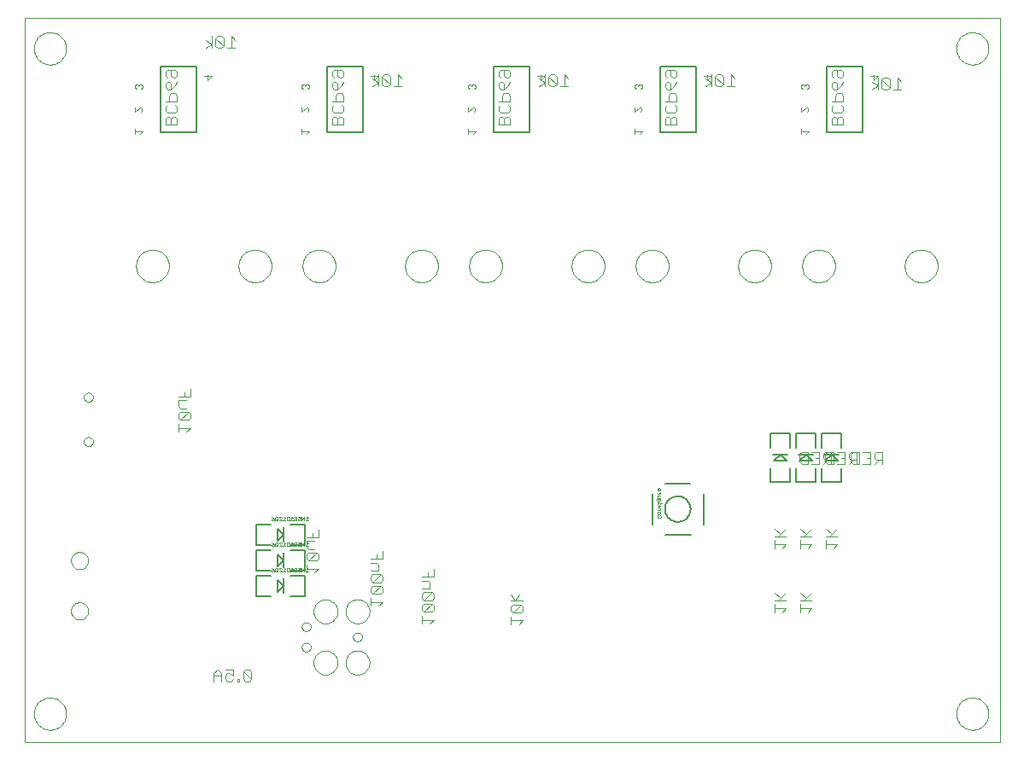
<source format=gbo>
G75*
%MOIN*%
%OFA0B0*%
%FSLAX24Y24*%
%IPPOS*%
%LPD*%
%AMOC8*
5,1,8,0,0,1.08239X$1,22.5*
%
%ADD10C,0.0000*%
%ADD11C,0.0040*%
%ADD12C,0.0080*%
%ADD13C,0.0010*%
D10*
X003100Y000100D02*
X003100Y028396D01*
X041170Y028396D01*
X041170Y000100D01*
X003100Y000100D01*
X003470Y001200D02*
X003472Y001250D01*
X003478Y001300D01*
X003488Y001349D01*
X003502Y001397D01*
X003519Y001444D01*
X003540Y001489D01*
X003565Y001533D01*
X003593Y001574D01*
X003625Y001613D01*
X003659Y001650D01*
X003696Y001684D01*
X003736Y001714D01*
X003778Y001741D01*
X003822Y001765D01*
X003868Y001786D01*
X003915Y001802D01*
X003963Y001815D01*
X004013Y001824D01*
X004062Y001829D01*
X004113Y001830D01*
X004163Y001827D01*
X004212Y001820D01*
X004261Y001809D01*
X004309Y001794D01*
X004355Y001776D01*
X004400Y001754D01*
X004443Y001728D01*
X004484Y001699D01*
X004523Y001667D01*
X004559Y001632D01*
X004591Y001594D01*
X004621Y001554D01*
X004648Y001511D01*
X004671Y001467D01*
X004690Y001421D01*
X004706Y001373D01*
X004718Y001324D01*
X004726Y001275D01*
X004730Y001225D01*
X004730Y001175D01*
X004726Y001125D01*
X004718Y001076D01*
X004706Y001027D01*
X004690Y000979D01*
X004671Y000933D01*
X004648Y000889D01*
X004621Y000846D01*
X004591Y000806D01*
X004559Y000768D01*
X004523Y000733D01*
X004484Y000701D01*
X004443Y000672D01*
X004400Y000646D01*
X004355Y000624D01*
X004309Y000606D01*
X004261Y000591D01*
X004212Y000580D01*
X004163Y000573D01*
X004113Y000570D01*
X004062Y000571D01*
X004013Y000576D01*
X003963Y000585D01*
X003915Y000598D01*
X003868Y000614D01*
X003822Y000635D01*
X003778Y000659D01*
X003736Y000686D01*
X003696Y000716D01*
X003659Y000750D01*
X003625Y000787D01*
X003593Y000826D01*
X003565Y000867D01*
X003540Y000911D01*
X003519Y000956D01*
X003502Y001003D01*
X003488Y001051D01*
X003478Y001100D01*
X003472Y001150D01*
X003470Y001200D01*
X004919Y005216D02*
X004921Y005252D01*
X004927Y005288D01*
X004937Y005323D01*
X004950Y005357D01*
X004967Y005389D01*
X004987Y005419D01*
X005011Y005446D01*
X005037Y005471D01*
X005066Y005493D01*
X005097Y005512D01*
X005130Y005527D01*
X005164Y005539D01*
X005200Y005547D01*
X005236Y005551D01*
X005272Y005551D01*
X005308Y005547D01*
X005344Y005539D01*
X005378Y005527D01*
X005411Y005512D01*
X005442Y005493D01*
X005471Y005471D01*
X005497Y005446D01*
X005521Y005419D01*
X005541Y005389D01*
X005558Y005357D01*
X005571Y005323D01*
X005581Y005288D01*
X005587Y005252D01*
X005589Y005216D01*
X005587Y005180D01*
X005581Y005144D01*
X005571Y005109D01*
X005558Y005075D01*
X005541Y005043D01*
X005521Y005013D01*
X005497Y004986D01*
X005471Y004961D01*
X005442Y004939D01*
X005411Y004920D01*
X005378Y004905D01*
X005344Y004893D01*
X005308Y004885D01*
X005272Y004881D01*
X005236Y004881D01*
X005200Y004885D01*
X005164Y004893D01*
X005130Y004905D01*
X005097Y004920D01*
X005066Y004939D01*
X005037Y004961D01*
X005011Y004986D01*
X004987Y005013D01*
X004967Y005043D01*
X004950Y005075D01*
X004937Y005109D01*
X004927Y005144D01*
X004921Y005180D01*
X004919Y005216D01*
X004919Y007184D02*
X004921Y007220D01*
X004927Y007256D01*
X004937Y007291D01*
X004950Y007325D01*
X004967Y007357D01*
X004987Y007387D01*
X005011Y007414D01*
X005037Y007439D01*
X005066Y007461D01*
X005097Y007480D01*
X005130Y007495D01*
X005164Y007507D01*
X005200Y007515D01*
X005236Y007519D01*
X005272Y007519D01*
X005308Y007515D01*
X005344Y007507D01*
X005378Y007495D01*
X005411Y007480D01*
X005442Y007461D01*
X005471Y007439D01*
X005497Y007414D01*
X005521Y007387D01*
X005541Y007357D01*
X005558Y007325D01*
X005571Y007291D01*
X005581Y007256D01*
X005587Y007220D01*
X005589Y007184D01*
X005587Y007148D01*
X005581Y007112D01*
X005571Y007077D01*
X005558Y007043D01*
X005541Y007011D01*
X005521Y006981D01*
X005497Y006954D01*
X005471Y006929D01*
X005442Y006907D01*
X005411Y006888D01*
X005378Y006873D01*
X005344Y006861D01*
X005308Y006853D01*
X005272Y006849D01*
X005236Y006849D01*
X005200Y006853D01*
X005164Y006861D01*
X005130Y006873D01*
X005097Y006888D01*
X005066Y006907D01*
X005037Y006929D01*
X005011Y006954D01*
X004987Y006981D01*
X004967Y007011D01*
X004950Y007043D01*
X004937Y007077D01*
X004927Y007112D01*
X004921Y007148D01*
X004919Y007184D01*
X005423Y011834D02*
X005425Y011860D01*
X005431Y011886D01*
X005441Y011911D01*
X005454Y011934D01*
X005470Y011954D01*
X005490Y011972D01*
X005512Y011987D01*
X005535Y011999D01*
X005561Y012007D01*
X005587Y012011D01*
X005613Y012011D01*
X005639Y012007D01*
X005665Y011999D01*
X005689Y011987D01*
X005710Y011972D01*
X005730Y011954D01*
X005746Y011934D01*
X005759Y011911D01*
X005769Y011886D01*
X005775Y011860D01*
X005777Y011834D01*
X005775Y011808D01*
X005769Y011782D01*
X005759Y011757D01*
X005746Y011734D01*
X005730Y011714D01*
X005710Y011696D01*
X005688Y011681D01*
X005665Y011669D01*
X005639Y011661D01*
X005613Y011657D01*
X005587Y011657D01*
X005561Y011661D01*
X005535Y011669D01*
X005511Y011681D01*
X005490Y011696D01*
X005470Y011714D01*
X005454Y011734D01*
X005441Y011757D01*
X005431Y011782D01*
X005425Y011808D01*
X005423Y011834D01*
X005423Y013566D02*
X005425Y013592D01*
X005431Y013618D01*
X005441Y013643D01*
X005454Y013666D01*
X005470Y013686D01*
X005490Y013704D01*
X005512Y013719D01*
X005535Y013731D01*
X005561Y013739D01*
X005587Y013743D01*
X005613Y013743D01*
X005639Y013739D01*
X005665Y013731D01*
X005689Y013719D01*
X005710Y013704D01*
X005730Y013686D01*
X005746Y013666D01*
X005759Y013643D01*
X005769Y013618D01*
X005775Y013592D01*
X005777Y013566D01*
X005775Y013540D01*
X005769Y013514D01*
X005759Y013489D01*
X005746Y013466D01*
X005730Y013446D01*
X005710Y013428D01*
X005688Y013413D01*
X005665Y013401D01*
X005639Y013393D01*
X005613Y013389D01*
X005587Y013389D01*
X005561Y013393D01*
X005535Y013401D01*
X005511Y013413D01*
X005490Y013428D01*
X005470Y013446D01*
X005454Y013466D01*
X005441Y013489D01*
X005431Y013514D01*
X005425Y013540D01*
X005423Y013566D01*
X007460Y018700D02*
X007462Y018750D01*
X007468Y018800D01*
X007478Y018849D01*
X007491Y018898D01*
X007509Y018945D01*
X007530Y018991D01*
X007554Y019034D01*
X007582Y019076D01*
X007613Y019116D01*
X007647Y019153D01*
X007684Y019187D01*
X007724Y019218D01*
X007766Y019246D01*
X007809Y019270D01*
X007855Y019291D01*
X007902Y019309D01*
X007951Y019322D01*
X008000Y019332D01*
X008050Y019338D01*
X008100Y019340D01*
X008150Y019338D01*
X008200Y019332D01*
X008249Y019322D01*
X008298Y019309D01*
X008345Y019291D01*
X008391Y019270D01*
X008434Y019246D01*
X008476Y019218D01*
X008516Y019187D01*
X008553Y019153D01*
X008587Y019116D01*
X008618Y019076D01*
X008646Y019034D01*
X008670Y018991D01*
X008691Y018945D01*
X008709Y018898D01*
X008722Y018849D01*
X008732Y018800D01*
X008738Y018750D01*
X008740Y018700D01*
X008738Y018650D01*
X008732Y018600D01*
X008722Y018551D01*
X008709Y018502D01*
X008691Y018455D01*
X008670Y018409D01*
X008646Y018366D01*
X008618Y018324D01*
X008587Y018284D01*
X008553Y018247D01*
X008516Y018213D01*
X008476Y018182D01*
X008434Y018154D01*
X008391Y018130D01*
X008345Y018109D01*
X008298Y018091D01*
X008249Y018078D01*
X008200Y018068D01*
X008150Y018062D01*
X008100Y018060D01*
X008050Y018062D01*
X008000Y018068D01*
X007951Y018078D01*
X007902Y018091D01*
X007855Y018109D01*
X007809Y018130D01*
X007766Y018154D01*
X007724Y018182D01*
X007684Y018213D01*
X007647Y018247D01*
X007613Y018284D01*
X007582Y018324D01*
X007554Y018366D01*
X007530Y018409D01*
X007509Y018455D01*
X007491Y018502D01*
X007478Y018551D01*
X007468Y018600D01*
X007462Y018650D01*
X007460Y018700D01*
X011460Y018700D02*
X011462Y018750D01*
X011468Y018800D01*
X011478Y018849D01*
X011491Y018898D01*
X011509Y018945D01*
X011530Y018991D01*
X011554Y019034D01*
X011582Y019076D01*
X011613Y019116D01*
X011647Y019153D01*
X011684Y019187D01*
X011724Y019218D01*
X011766Y019246D01*
X011809Y019270D01*
X011855Y019291D01*
X011902Y019309D01*
X011951Y019322D01*
X012000Y019332D01*
X012050Y019338D01*
X012100Y019340D01*
X012150Y019338D01*
X012200Y019332D01*
X012249Y019322D01*
X012298Y019309D01*
X012345Y019291D01*
X012391Y019270D01*
X012434Y019246D01*
X012476Y019218D01*
X012516Y019187D01*
X012553Y019153D01*
X012587Y019116D01*
X012618Y019076D01*
X012646Y019034D01*
X012670Y018991D01*
X012691Y018945D01*
X012709Y018898D01*
X012722Y018849D01*
X012732Y018800D01*
X012738Y018750D01*
X012740Y018700D01*
X012738Y018650D01*
X012732Y018600D01*
X012722Y018551D01*
X012709Y018502D01*
X012691Y018455D01*
X012670Y018409D01*
X012646Y018366D01*
X012618Y018324D01*
X012587Y018284D01*
X012553Y018247D01*
X012516Y018213D01*
X012476Y018182D01*
X012434Y018154D01*
X012391Y018130D01*
X012345Y018109D01*
X012298Y018091D01*
X012249Y018078D01*
X012200Y018068D01*
X012150Y018062D01*
X012100Y018060D01*
X012050Y018062D01*
X012000Y018068D01*
X011951Y018078D01*
X011902Y018091D01*
X011855Y018109D01*
X011809Y018130D01*
X011766Y018154D01*
X011724Y018182D01*
X011684Y018213D01*
X011647Y018247D01*
X011613Y018284D01*
X011582Y018324D01*
X011554Y018366D01*
X011530Y018409D01*
X011509Y018455D01*
X011491Y018502D01*
X011478Y018551D01*
X011468Y018600D01*
X011462Y018650D01*
X011460Y018700D01*
X013960Y018700D02*
X013962Y018750D01*
X013968Y018800D01*
X013978Y018849D01*
X013991Y018898D01*
X014009Y018945D01*
X014030Y018991D01*
X014054Y019034D01*
X014082Y019076D01*
X014113Y019116D01*
X014147Y019153D01*
X014184Y019187D01*
X014224Y019218D01*
X014266Y019246D01*
X014309Y019270D01*
X014355Y019291D01*
X014402Y019309D01*
X014451Y019322D01*
X014500Y019332D01*
X014550Y019338D01*
X014600Y019340D01*
X014650Y019338D01*
X014700Y019332D01*
X014749Y019322D01*
X014798Y019309D01*
X014845Y019291D01*
X014891Y019270D01*
X014934Y019246D01*
X014976Y019218D01*
X015016Y019187D01*
X015053Y019153D01*
X015087Y019116D01*
X015118Y019076D01*
X015146Y019034D01*
X015170Y018991D01*
X015191Y018945D01*
X015209Y018898D01*
X015222Y018849D01*
X015232Y018800D01*
X015238Y018750D01*
X015240Y018700D01*
X015238Y018650D01*
X015232Y018600D01*
X015222Y018551D01*
X015209Y018502D01*
X015191Y018455D01*
X015170Y018409D01*
X015146Y018366D01*
X015118Y018324D01*
X015087Y018284D01*
X015053Y018247D01*
X015016Y018213D01*
X014976Y018182D01*
X014934Y018154D01*
X014891Y018130D01*
X014845Y018109D01*
X014798Y018091D01*
X014749Y018078D01*
X014700Y018068D01*
X014650Y018062D01*
X014600Y018060D01*
X014550Y018062D01*
X014500Y018068D01*
X014451Y018078D01*
X014402Y018091D01*
X014355Y018109D01*
X014309Y018130D01*
X014266Y018154D01*
X014224Y018182D01*
X014184Y018213D01*
X014147Y018247D01*
X014113Y018284D01*
X014082Y018324D01*
X014054Y018366D01*
X014030Y018409D01*
X014009Y018455D01*
X013991Y018502D01*
X013978Y018551D01*
X013968Y018600D01*
X013962Y018650D01*
X013960Y018700D01*
X017960Y018700D02*
X017962Y018750D01*
X017968Y018800D01*
X017978Y018849D01*
X017991Y018898D01*
X018009Y018945D01*
X018030Y018991D01*
X018054Y019034D01*
X018082Y019076D01*
X018113Y019116D01*
X018147Y019153D01*
X018184Y019187D01*
X018224Y019218D01*
X018266Y019246D01*
X018309Y019270D01*
X018355Y019291D01*
X018402Y019309D01*
X018451Y019322D01*
X018500Y019332D01*
X018550Y019338D01*
X018600Y019340D01*
X018650Y019338D01*
X018700Y019332D01*
X018749Y019322D01*
X018798Y019309D01*
X018845Y019291D01*
X018891Y019270D01*
X018934Y019246D01*
X018976Y019218D01*
X019016Y019187D01*
X019053Y019153D01*
X019087Y019116D01*
X019118Y019076D01*
X019146Y019034D01*
X019170Y018991D01*
X019191Y018945D01*
X019209Y018898D01*
X019222Y018849D01*
X019232Y018800D01*
X019238Y018750D01*
X019240Y018700D01*
X019238Y018650D01*
X019232Y018600D01*
X019222Y018551D01*
X019209Y018502D01*
X019191Y018455D01*
X019170Y018409D01*
X019146Y018366D01*
X019118Y018324D01*
X019087Y018284D01*
X019053Y018247D01*
X019016Y018213D01*
X018976Y018182D01*
X018934Y018154D01*
X018891Y018130D01*
X018845Y018109D01*
X018798Y018091D01*
X018749Y018078D01*
X018700Y018068D01*
X018650Y018062D01*
X018600Y018060D01*
X018550Y018062D01*
X018500Y018068D01*
X018451Y018078D01*
X018402Y018091D01*
X018355Y018109D01*
X018309Y018130D01*
X018266Y018154D01*
X018224Y018182D01*
X018184Y018213D01*
X018147Y018247D01*
X018113Y018284D01*
X018082Y018324D01*
X018054Y018366D01*
X018030Y018409D01*
X018009Y018455D01*
X017991Y018502D01*
X017978Y018551D01*
X017968Y018600D01*
X017962Y018650D01*
X017960Y018700D01*
X020460Y018700D02*
X020462Y018750D01*
X020468Y018800D01*
X020478Y018849D01*
X020491Y018898D01*
X020509Y018945D01*
X020530Y018991D01*
X020554Y019034D01*
X020582Y019076D01*
X020613Y019116D01*
X020647Y019153D01*
X020684Y019187D01*
X020724Y019218D01*
X020766Y019246D01*
X020809Y019270D01*
X020855Y019291D01*
X020902Y019309D01*
X020951Y019322D01*
X021000Y019332D01*
X021050Y019338D01*
X021100Y019340D01*
X021150Y019338D01*
X021200Y019332D01*
X021249Y019322D01*
X021298Y019309D01*
X021345Y019291D01*
X021391Y019270D01*
X021434Y019246D01*
X021476Y019218D01*
X021516Y019187D01*
X021553Y019153D01*
X021587Y019116D01*
X021618Y019076D01*
X021646Y019034D01*
X021670Y018991D01*
X021691Y018945D01*
X021709Y018898D01*
X021722Y018849D01*
X021732Y018800D01*
X021738Y018750D01*
X021740Y018700D01*
X021738Y018650D01*
X021732Y018600D01*
X021722Y018551D01*
X021709Y018502D01*
X021691Y018455D01*
X021670Y018409D01*
X021646Y018366D01*
X021618Y018324D01*
X021587Y018284D01*
X021553Y018247D01*
X021516Y018213D01*
X021476Y018182D01*
X021434Y018154D01*
X021391Y018130D01*
X021345Y018109D01*
X021298Y018091D01*
X021249Y018078D01*
X021200Y018068D01*
X021150Y018062D01*
X021100Y018060D01*
X021050Y018062D01*
X021000Y018068D01*
X020951Y018078D01*
X020902Y018091D01*
X020855Y018109D01*
X020809Y018130D01*
X020766Y018154D01*
X020724Y018182D01*
X020684Y018213D01*
X020647Y018247D01*
X020613Y018284D01*
X020582Y018324D01*
X020554Y018366D01*
X020530Y018409D01*
X020509Y018455D01*
X020491Y018502D01*
X020478Y018551D01*
X020468Y018600D01*
X020462Y018650D01*
X020460Y018700D01*
X024460Y018700D02*
X024462Y018750D01*
X024468Y018800D01*
X024478Y018849D01*
X024491Y018898D01*
X024509Y018945D01*
X024530Y018991D01*
X024554Y019034D01*
X024582Y019076D01*
X024613Y019116D01*
X024647Y019153D01*
X024684Y019187D01*
X024724Y019218D01*
X024766Y019246D01*
X024809Y019270D01*
X024855Y019291D01*
X024902Y019309D01*
X024951Y019322D01*
X025000Y019332D01*
X025050Y019338D01*
X025100Y019340D01*
X025150Y019338D01*
X025200Y019332D01*
X025249Y019322D01*
X025298Y019309D01*
X025345Y019291D01*
X025391Y019270D01*
X025434Y019246D01*
X025476Y019218D01*
X025516Y019187D01*
X025553Y019153D01*
X025587Y019116D01*
X025618Y019076D01*
X025646Y019034D01*
X025670Y018991D01*
X025691Y018945D01*
X025709Y018898D01*
X025722Y018849D01*
X025732Y018800D01*
X025738Y018750D01*
X025740Y018700D01*
X025738Y018650D01*
X025732Y018600D01*
X025722Y018551D01*
X025709Y018502D01*
X025691Y018455D01*
X025670Y018409D01*
X025646Y018366D01*
X025618Y018324D01*
X025587Y018284D01*
X025553Y018247D01*
X025516Y018213D01*
X025476Y018182D01*
X025434Y018154D01*
X025391Y018130D01*
X025345Y018109D01*
X025298Y018091D01*
X025249Y018078D01*
X025200Y018068D01*
X025150Y018062D01*
X025100Y018060D01*
X025050Y018062D01*
X025000Y018068D01*
X024951Y018078D01*
X024902Y018091D01*
X024855Y018109D01*
X024809Y018130D01*
X024766Y018154D01*
X024724Y018182D01*
X024684Y018213D01*
X024647Y018247D01*
X024613Y018284D01*
X024582Y018324D01*
X024554Y018366D01*
X024530Y018409D01*
X024509Y018455D01*
X024491Y018502D01*
X024478Y018551D01*
X024468Y018600D01*
X024462Y018650D01*
X024460Y018700D01*
X026960Y018700D02*
X026962Y018750D01*
X026968Y018800D01*
X026978Y018849D01*
X026991Y018898D01*
X027009Y018945D01*
X027030Y018991D01*
X027054Y019034D01*
X027082Y019076D01*
X027113Y019116D01*
X027147Y019153D01*
X027184Y019187D01*
X027224Y019218D01*
X027266Y019246D01*
X027309Y019270D01*
X027355Y019291D01*
X027402Y019309D01*
X027451Y019322D01*
X027500Y019332D01*
X027550Y019338D01*
X027600Y019340D01*
X027650Y019338D01*
X027700Y019332D01*
X027749Y019322D01*
X027798Y019309D01*
X027845Y019291D01*
X027891Y019270D01*
X027934Y019246D01*
X027976Y019218D01*
X028016Y019187D01*
X028053Y019153D01*
X028087Y019116D01*
X028118Y019076D01*
X028146Y019034D01*
X028170Y018991D01*
X028191Y018945D01*
X028209Y018898D01*
X028222Y018849D01*
X028232Y018800D01*
X028238Y018750D01*
X028240Y018700D01*
X028238Y018650D01*
X028232Y018600D01*
X028222Y018551D01*
X028209Y018502D01*
X028191Y018455D01*
X028170Y018409D01*
X028146Y018366D01*
X028118Y018324D01*
X028087Y018284D01*
X028053Y018247D01*
X028016Y018213D01*
X027976Y018182D01*
X027934Y018154D01*
X027891Y018130D01*
X027845Y018109D01*
X027798Y018091D01*
X027749Y018078D01*
X027700Y018068D01*
X027650Y018062D01*
X027600Y018060D01*
X027550Y018062D01*
X027500Y018068D01*
X027451Y018078D01*
X027402Y018091D01*
X027355Y018109D01*
X027309Y018130D01*
X027266Y018154D01*
X027224Y018182D01*
X027184Y018213D01*
X027147Y018247D01*
X027113Y018284D01*
X027082Y018324D01*
X027054Y018366D01*
X027030Y018409D01*
X027009Y018455D01*
X026991Y018502D01*
X026978Y018551D01*
X026968Y018600D01*
X026962Y018650D01*
X026960Y018700D01*
X030960Y018700D02*
X030962Y018750D01*
X030968Y018800D01*
X030978Y018849D01*
X030991Y018898D01*
X031009Y018945D01*
X031030Y018991D01*
X031054Y019034D01*
X031082Y019076D01*
X031113Y019116D01*
X031147Y019153D01*
X031184Y019187D01*
X031224Y019218D01*
X031266Y019246D01*
X031309Y019270D01*
X031355Y019291D01*
X031402Y019309D01*
X031451Y019322D01*
X031500Y019332D01*
X031550Y019338D01*
X031600Y019340D01*
X031650Y019338D01*
X031700Y019332D01*
X031749Y019322D01*
X031798Y019309D01*
X031845Y019291D01*
X031891Y019270D01*
X031934Y019246D01*
X031976Y019218D01*
X032016Y019187D01*
X032053Y019153D01*
X032087Y019116D01*
X032118Y019076D01*
X032146Y019034D01*
X032170Y018991D01*
X032191Y018945D01*
X032209Y018898D01*
X032222Y018849D01*
X032232Y018800D01*
X032238Y018750D01*
X032240Y018700D01*
X032238Y018650D01*
X032232Y018600D01*
X032222Y018551D01*
X032209Y018502D01*
X032191Y018455D01*
X032170Y018409D01*
X032146Y018366D01*
X032118Y018324D01*
X032087Y018284D01*
X032053Y018247D01*
X032016Y018213D01*
X031976Y018182D01*
X031934Y018154D01*
X031891Y018130D01*
X031845Y018109D01*
X031798Y018091D01*
X031749Y018078D01*
X031700Y018068D01*
X031650Y018062D01*
X031600Y018060D01*
X031550Y018062D01*
X031500Y018068D01*
X031451Y018078D01*
X031402Y018091D01*
X031355Y018109D01*
X031309Y018130D01*
X031266Y018154D01*
X031224Y018182D01*
X031184Y018213D01*
X031147Y018247D01*
X031113Y018284D01*
X031082Y018324D01*
X031054Y018366D01*
X031030Y018409D01*
X031009Y018455D01*
X030991Y018502D01*
X030978Y018551D01*
X030968Y018600D01*
X030962Y018650D01*
X030960Y018700D01*
X033460Y018700D02*
X033462Y018750D01*
X033468Y018800D01*
X033478Y018849D01*
X033491Y018898D01*
X033509Y018945D01*
X033530Y018991D01*
X033554Y019034D01*
X033582Y019076D01*
X033613Y019116D01*
X033647Y019153D01*
X033684Y019187D01*
X033724Y019218D01*
X033766Y019246D01*
X033809Y019270D01*
X033855Y019291D01*
X033902Y019309D01*
X033951Y019322D01*
X034000Y019332D01*
X034050Y019338D01*
X034100Y019340D01*
X034150Y019338D01*
X034200Y019332D01*
X034249Y019322D01*
X034298Y019309D01*
X034345Y019291D01*
X034391Y019270D01*
X034434Y019246D01*
X034476Y019218D01*
X034516Y019187D01*
X034553Y019153D01*
X034587Y019116D01*
X034618Y019076D01*
X034646Y019034D01*
X034670Y018991D01*
X034691Y018945D01*
X034709Y018898D01*
X034722Y018849D01*
X034732Y018800D01*
X034738Y018750D01*
X034740Y018700D01*
X034738Y018650D01*
X034732Y018600D01*
X034722Y018551D01*
X034709Y018502D01*
X034691Y018455D01*
X034670Y018409D01*
X034646Y018366D01*
X034618Y018324D01*
X034587Y018284D01*
X034553Y018247D01*
X034516Y018213D01*
X034476Y018182D01*
X034434Y018154D01*
X034391Y018130D01*
X034345Y018109D01*
X034298Y018091D01*
X034249Y018078D01*
X034200Y018068D01*
X034150Y018062D01*
X034100Y018060D01*
X034050Y018062D01*
X034000Y018068D01*
X033951Y018078D01*
X033902Y018091D01*
X033855Y018109D01*
X033809Y018130D01*
X033766Y018154D01*
X033724Y018182D01*
X033684Y018213D01*
X033647Y018247D01*
X033613Y018284D01*
X033582Y018324D01*
X033554Y018366D01*
X033530Y018409D01*
X033509Y018455D01*
X033491Y018502D01*
X033478Y018551D01*
X033468Y018600D01*
X033462Y018650D01*
X033460Y018700D01*
X037460Y018700D02*
X037462Y018750D01*
X037468Y018800D01*
X037478Y018849D01*
X037491Y018898D01*
X037509Y018945D01*
X037530Y018991D01*
X037554Y019034D01*
X037582Y019076D01*
X037613Y019116D01*
X037647Y019153D01*
X037684Y019187D01*
X037724Y019218D01*
X037766Y019246D01*
X037809Y019270D01*
X037855Y019291D01*
X037902Y019309D01*
X037951Y019322D01*
X038000Y019332D01*
X038050Y019338D01*
X038100Y019340D01*
X038150Y019338D01*
X038200Y019332D01*
X038249Y019322D01*
X038298Y019309D01*
X038345Y019291D01*
X038391Y019270D01*
X038434Y019246D01*
X038476Y019218D01*
X038516Y019187D01*
X038553Y019153D01*
X038587Y019116D01*
X038618Y019076D01*
X038646Y019034D01*
X038670Y018991D01*
X038691Y018945D01*
X038709Y018898D01*
X038722Y018849D01*
X038732Y018800D01*
X038738Y018750D01*
X038740Y018700D01*
X038738Y018650D01*
X038732Y018600D01*
X038722Y018551D01*
X038709Y018502D01*
X038691Y018455D01*
X038670Y018409D01*
X038646Y018366D01*
X038618Y018324D01*
X038587Y018284D01*
X038553Y018247D01*
X038516Y018213D01*
X038476Y018182D01*
X038434Y018154D01*
X038391Y018130D01*
X038345Y018109D01*
X038298Y018091D01*
X038249Y018078D01*
X038200Y018068D01*
X038150Y018062D01*
X038100Y018060D01*
X038050Y018062D01*
X038000Y018068D01*
X037951Y018078D01*
X037902Y018091D01*
X037855Y018109D01*
X037809Y018130D01*
X037766Y018154D01*
X037724Y018182D01*
X037684Y018213D01*
X037647Y018247D01*
X037613Y018284D01*
X037582Y018324D01*
X037554Y018366D01*
X037530Y018409D01*
X037509Y018455D01*
X037491Y018502D01*
X037478Y018551D01*
X037468Y018600D01*
X037462Y018650D01*
X037460Y018700D01*
X039470Y027200D02*
X039472Y027250D01*
X039478Y027300D01*
X039488Y027349D01*
X039502Y027397D01*
X039519Y027444D01*
X039540Y027489D01*
X039565Y027533D01*
X039593Y027574D01*
X039625Y027613D01*
X039659Y027650D01*
X039696Y027684D01*
X039736Y027714D01*
X039778Y027741D01*
X039822Y027765D01*
X039868Y027786D01*
X039915Y027802D01*
X039963Y027815D01*
X040013Y027824D01*
X040062Y027829D01*
X040113Y027830D01*
X040163Y027827D01*
X040212Y027820D01*
X040261Y027809D01*
X040309Y027794D01*
X040355Y027776D01*
X040400Y027754D01*
X040443Y027728D01*
X040484Y027699D01*
X040523Y027667D01*
X040559Y027632D01*
X040591Y027594D01*
X040621Y027554D01*
X040648Y027511D01*
X040671Y027467D01*
X040690Y027421D01*
X040706Y027373D01*
X040718Y027324D01*
X040726Y027275D01*
X040730Y027225D01*
X040730Y027175D01*
X040726Y027125D01*
X040718Y027076D01*
X040706Y027027D01*
X040690Y026979D01*
X040671Y026933D01*
X040648Y026889D01*
X040621Y026846D01*
X040591Y026806D01*
X040559Y026768D01*
X040523Y026733D01*
X040484Y026701D01*
X040443Y026672D01*
X040400Y026646D01*
X040355Y026624D01*
X040309Y026606D01*
X040261Y026591D01*
X040212Y026580D01*
X040163Y026573D01*
X040113Y026570D01*
X040062Y026571D01*
X040013Y026576D01*
X039963Y026585D01*
X039915Y026598D01*
X039868Y026614D01*
X039822Y026635D01*
X039778Y026659D01*
X039736Y026686D01*
X039696Y026716D01*
X039659Y026750D01*
X039625Y026787D01*
X039593Y026826D01*
X039565Y026867D01*
X039540Y026911D01*
X039519Y026956D01*
X039502Y027003D01*
X039488Y027051D01*
X039478Y027100D01*
X039472Y027150D01*
X039470Y027200D01*
X015633Y005200D02*
X015635Y005243D01*
X015641Y005286D01*
X015651Y005328D01*
X015665Y005369D01*
X015682Y005408D01*
X015703Y005446D01*
X015727Y005481D01*
X015755Y005515D01*
X015785Y005545D01*
X015819Y005573D01*
X015854Y005597D01*
X015892Y005618D01*
X015931Y005635D01*
X015972Y005649D01*
X016014Y005659D01*
X016057Y005665D01*
X016100Y005667D01*
X016143Y005665D01*
X016186Y005659D01*
X016228Y005649D01*
X016269Y005635D01*
X016308Y005618D01*
X016346Y005597D01*
X016381Y005573D01*
X016415Y005545D01*
X016445Y005515D01*
X016473Y005481D01*
X016497Y005446D01*
X016518Y005408D01*
X016535Y005369D01*
X016549Y005328D01*
X016559Y005286D01*
X016565Y005243D01*
X016567Y005200D01*
X016565Y005157D01*
X016559Y005114D01*
X016549Y005072D01*
X016535Y005031D01*
X016518Y004992D01*
X016497Y004954D01*
X016473Y004919D01*
X016445Y004885D01*
X016415Y004855D01*
X016381Y004827D01*
X016346Y004803D01*
X016308Y004782D01*
X016269Y004765D01*
X016228Y004751D01*
X016186Y004741D01*
X016143Y004735D01*
X016100Y004733D01*
X016057Y004735D01*
X016014Y004741D01*
X015972Y004751D01*
X015931Y004765D01*
X015892Y004782D01*
X015854Y004803D01*
X015819Y004827D01*
X015785Y004855D01*
X015755Y004885D01*
X015727Y004919D01*
X015703Y004954D01*
X015682Y004992D01*
X015665Y005031D01*
X015651Y005072D01*
X015641Y005114D01*
X015635Y005157D01*
X015633Y005200D01*
X014383Y005200D02*
X014385Y005243D01*
X014391Y005286D01*
X014401Y005328D01*
X014415Y005369D01*
X014432Y005408D01*
X014453Y005446D01*
X014477Y005481D01*
X014505Y005515D01*
X014535Y005545D01*
X014569Y005573D01*
X014604Y005597D01*
X014642Y005618D01*
X014681Y005635D01*
X014722Y005649D01*
X014764Y005659D01*
X014807Y005665D01*
X014850Y005667D01*
X014893Y005665D01*
X014936Y005659D01*
X014978Y005649D01*
X015019Y005635D01*
X015058Y005618D01*
X015096Y005597D01*
X015131Y005573D01*
X015165Y005545D01*
X015195Y005515D01*
X015223Y005481D01*
X015247Y005446D01*
X015268Y005408D01*
X015285Y005369D01*
X015299Y005328D01*
X015309Y005286D01*
X015315Y005243D01*
X015317Y005200D01*
X015315Y005157D01*
X015309Y005114D01*
X015299Y005072D01*
X015285Y005031D01*
X015268Y004992D01*
X015247Y004954D01*
X015223Y004919D01*
X015195Y004885D01*
X015165Y004855D01*
X015131Y004827D01*
X015096Y004803D01*
X015058Y004782D01*
X015019Y004765D01*
X014978Y004751D01*
X014936Y004741D01*
X014893Y004735D01*
X014850Y004733D01*
X014807Y004735D01*
X014764Y004741D01*
X014722Y004751D01*
X014681Y004765D01*
X014642Y004782D01*
X014604Y004803D01*
X014569Y004827D01*
X014535Y004855D01*
X014505Y004885D01*
X014477Y004919D01*
X014453Y004954D01*
X014432Y004992D01*
X014415Y005031D01*
X014401Y005072D01*
X014391Y005114D01*
X014385Y005157D01*
X014383Y005200D01*
X013925Y004600D02*
X013927Y004626D01*
X013933Y004652D01*
X013942Y004676D01*
X013955Y004699D01*
X013972Y004719D01*
X013991Y004737D01*
X014013Y004752D01*
X014036Y004763D01*
X014061Y004771D01*
X014087Y004775D01*
X014113Y004775D01*
X014139Y004771D01*
X014164Y004763D01*
X014188Y004752D01*
X014209Y004737D01*
X014228Y004719D01*
X014245Y004699D01*
X014258Y004676D01*
X014267Y004652D01*
X014273Y004626D01*
X014275Y004600D01*
X014273Y004574D01*
X014267Y004548D01*
X014258Y004524D01*
X014245Y004501D01*
X014228Y004481D01*
X014209Y004463D01*
X014187Y004448D01*
X014164Y004437D01*
X014139Y004429D01*
X014113Y004425D01*
X014087Y004425D01*
X014061Y004429D01*
X014036Y004437D01*
X014012Y004448D01*
X013991Y004463D01*
X013972Y004481D01*
X013955Y004501D01*
X013942Y004524D01*
X013933Y004548D01*
X013927Y004574D01*
X013925Y004600D01*
X013925Y003800D02*
X013927Y003826D01*
X013933Y003852D01*
X013942Y003876D01*
X013955Y003899D01*
X013972Y003919D01*
X013991Y003937D01*
X014013Y003952D01*
X014036Y003963D01*
X014061Y003971D01*
X014087Y003975D01*
X014113Y003975D01*
X014139Y003971D01*
X014164Y003963D01*
X014188Y003952D01*
X014209Y003937D01*
X014228Y003919D01*
X014245Y003899D01*
X014258Y003876D01*
X014267Y003852D01*
X014273Y003826D01*
X014275Y003800D01*
X014273Y003774D01*
X014267Y003748D01*
X014258Y003724D01*
X014245Y003701D01*
X014228Y003681D01*
X014209Y003663D01*
X014187Y003648D01*
X014164Y003637D01*
X014139Y003629D01*
X014113Y003625D01*
X014087Y003625D01*
X014061Y003629D01*
X014036Y003637D01*
X014012Y003648D01*
X013991Y003663D01*
X013972Y003681D01*
X013955Y003701D01*
X013942Y003724D01*
X013933Y003748D01*
X013927Y003774D01*
X013925Y003800D01*
X014383Y003200D02*
X014385Y003243D01*
X014391Y003286D01*
X014401Y003328D01*
X014415Y003369D01*
X014432Y003408D01*
X014453Y003446D01*
X014477Y003481D01*
X014505Y003515D01*
X014535Y003545D01*
X014569Y003573D01*
X014604Y003597D01*
X014642Y003618D01*
X014681Y003635D01*
X014722Y003649D01*
X014764Y003659D01*
X014807Y003665D01*
X014850Y003667D01*
X014893Y003665D01*
X014936Y003659D01*
X014978Y003649D01*
X015019Y003635D01*
X015058Y003618D01*
X015096Y003597D01*
X015131Y003573D01*
X015165Y003545D01*
X015195Y003515D01*
X015223Y003481D01*
X015247Y003446D01*
X015268Y003408D01*
X015285Y003369D01*
X015299Y003328D01*
X015309Y003286D01*
X015315Y003243D01*
X015317Y003200D01*
X015315Y003157D01*
X015309Y003114D01*
X015299Y003072D01*
X015285Y003031D01*
X015268Y002992D01*
X015247Y002954D01*
X015223Y002919D01*
X015195Y002885D01*
X015165Y002855D01*
X015131Y002827D01*
X015096Y002803D01*
X015058Y002782D01*
X015019Y002765D01*
X014978Y002751D01*
X014936Y002741D01*
X014893Y002735D01*
X014850Y002733D01*
X014807Y002735D01*
X014764Y002741D01*
X014722Y002751D01*
X014681Y002765D01*
X014642Y002782D01*
X014604Y002803D01*
X014569Y002827D01*
X014535Y002855D01*
X014505Y002885D01*
X014477Y002919D01*
X014453Y002954D01*
X014432Y002992D01*
X014415Y003031D01*
X014401Y003072D01*
X014391Y003114D01*
X014385Y003157D01*
X014383Y003200D01*
X015633Y003200D02*
X015635Y003243D01*
X015641Y003286D01*
X015651Y003328D01*
X015665Y003369D01*
X015682Y003408D01*
X015703Y003446D01*
X015727Y003481D01*
X015755Y003515D01*
X015785Y003545D01*
X015819Y003573D01*
X015854Y003597D01*
X015892Y003618D01*
X015931Y003635D01*
X015972Y003649D01*
X016014Y003659D01*
X016057Y003665D01*
X016100Y003667D01*
X016143Y003665D01*
X016186Y003659D01*
X016228Y003649D01*
X016269Y003635D01*
X016308Y003618D01*
X016346Y003597D01*
X016381Y003573D01*
X016415Y003545D01*
X016445Y003515D01*
X016473Y003481D01*
X016497Y003446D01*
X016518Y003408D01*
X016535Y003369D01*
X016549Y003328D01*
X016559Y003286D01*
X016565Y003243D01*
X016567Y003200D01*
X016565Y003157D01*
X016559Y003114D01*
X016549Y003072D01*
X016535Y003031D01*
X016518Y002992D01*
X016497Y002954D01*
X016473Y002919D01*
X016445Y002885D01*
X016415Y002855D01*
X016381Y002827D01*
X016346Y002803D01*
X016308Y002782D01*
X016269Y002765D01*
X016228Y002751D01*
X016186Y002741D01*
X016143Y002735D01*
X016100Y002733D01*
X016057Y002735D01*
X016014Y002741D01*
X015972Y002751D01*
X015931Y002765D01*
X015892Y002782D01*
X015854Y002803D01*
X015819Y002827D01*
X015785Y002855D01*
X015755Y002885D01*
X015727Y002919D01*
X015703Y002954D01*
X015682Y002992D01*
X015665Y003031D01*
X015651Y003072D01*
X015641Y003114D01*
X015635Y003157D01*
X015633Y003200D01*
X015925Y004200D02*
X015927Y004226D01*
X015933Y004252D01*
X015942Y004276D01*
X015955Y004299D01*
X015972Y004319D01*
X015991Y004337D01*
X016013Y004352D01*
X016036Y004363D01*
X016061Y004371D01*
X016087Y004375D01*
X016113Y004375D01*
X016139Y004371D01*
X016164Y004363D01*
X016188Y004352D01*
X016209Y004337D01*
X016228Y004319D01*
X016245Y004299D01*
X016258Y004276D01*
X016267Y004252D01*
X016273Y004226D01*
X016275Y004200D01*
X016273Y004174D01*
X016267Y004148D01*
X016258Y004124D01*
X016245Y004101D01*
X016228Y004081D01*
X016209Y004063D01*
X016187Y004048D01*
X016164Y004037D01*
X016139Y004029D01*
X016113Y004025D01*
X016087Y004025D01*
X016061Y004029D01*
X016036Y004037D01*
X016012Y004048D01*
X015991Y004063D01*
X015972Y004081D01*
X015955Y004101D01*
X015942Y004124D01*
X015933Y004148D01*
X015927Y004174D01*
X015925Y004200D01*
X039470Y001200D02*
X039472Y001250D01*
X039478Y001300D01*
X039488Y001349D01*
X039502Y001397D01*
X039519Y001444D01*
X039540Y001489D01*
X039565Y001533D01*
X039593Y001574D01*
X039625Y001613D01*
X039659Y001650D01*
X039696Y001684D01*
X039736Y001714D01*
X039778Y001741D01*
X039822Y001765D01*
X039868Y001786D01*
X039915Y001802D01*
X039963Y001815D01*
X040013Y001824D01*
X040062Y001829D01*
X040113Y001830D01*
X040163Y001827D01*
X040212Y001820D01*
X040261Y001809D01*
X040309Y001794D01*
X040355Y001776D01*
X040400Y001754D01*
X040443Y001728D01*
X040484Y001699D01*
X040523Y001667D01*
X040559Y001632D01*
X040591Y001594D01*
X040621Y001554D01*
X040648Y001511D01*
X040671Y001467D01*
X040690Y001421D01*
X040706Y001373D01*
X040718Y001324D01*
X040726Y001275D01*
X040730Y001225D01*
X040730Y001175D01*
X040726Y001125D01*
X040718Y001076D01*
X040706Y001027D01*
X040690Y000979D01*
X040671Y000933D01*
X040648Y000889D01*
X040621Y000846D01*
X040591Y000806D01*
X040559Y000768D01*
X040523Y000733D01*
X040484Y000701D01*
X040443Y000672D01*
X040400Y000646D01*
X040355Y000624D01*
X040309Y000606D01*
X040261Y000591D01*
X040212Y000580D01*
X040163Y000573D01*
X040113Y000570D01*
X040062Y000571D01*
X040013Y000576D01*
X039963Y000585D01*
X039915Y000598D01*
X039868Y000614D01*
X039822Y000635D01*
X039778Y000659D01*
X039736Y000686D01*
X039696Y000716D01*
X039659Y000750D01*
X039625Y000787D01*
X039593Y000826D01*
X039565Y000867D01*
X039540Y000911D01*
X039519Y000956D01*
X039502Y001003D01*
X039488Y001051D01*
X039478Y001100D01*
X039472Y001150D01*
X039470Y001200D01*
X003470Y027200D02*
X003472Y027250D01*
X003478Y027300D01*
X003488Y027349D01*
X003502Y027397D01*
X003519Y027444D01*
X003540Y027489D01*
X003565Y027533D01*
X003593Y027574D01*
X003625Y027613D01*
X003659Y027650D01*
X003696Y027684D01*
X003736Y027714D01*
X003778Y027741D01*
X003822Y027765D01*
X003868Y027786D01*
X003915Y027802D01*
X003963Y027815D01*
X004013Y027824D01*
X004062Y027829D01*
X004113Y027830D01*
X004163Y027827D01*
X004212Y027820D01*
X004261Y027809D01*
X004309Y027794D01*
X004355Y027776D01*
X004400Y027754D01*
X004443Y027728D01*
X004484Y027699D01*
X004523Y027667D01*
X004559Y027632D01*
X004591Y027594D01*
X004621Y027554D01*
X004648Y027511D01*
X004671Y027467D01*
X004690Y027421D01*
X004706Y027373D01*
X004718Y027324D01*
X004726Y027275D01*
X004730Y027225D01*
X004730Y027175D01*
X004726Y027125D01*
X004718Y027076D01*
X004706Y027027D01*
X004690Y026979D01*
X004671Y026933D01*
X004648Y026889D01*
X004621Y026846D01*
X004591Y026806D01*
X004559Y026768D01*
X004523Y026733D01*
X004484Y026701D01*
X004443Y026672D01*
X004400Y026646D01*
X004355Y026624D01*
X004309Y026606D01*
X004261Y026591D01*
X004212Y026580D01*
X004163Y026573D01*
X004113Y026570D01*
X004062Y026571D01*
X004013Y026576D01*
X003963Y026585D01*
X003915Y026598D01*
X003868Y026614D01*
X003822Y026635D01*
X003778Y026659D01*
X003736Y026686D01*
X003696Y026716D01*
X003659Y026750D01*
X003625Y026787D01*
X003593Y026826D01*
X003565Y026867D01*
X003540Y026911D01*
X003519Y026956D01*
X003502Y027003D01*
X003488Y027051D01*
X003478Y027100D01*
X003472Y027150D01*
X003470Y027200D01*
D11*
X007420Y025762D02*
X007420Y025669D01*
X007467Y025622D01*
X007560Y025715D02*
X007560Y025762D01*
X007513Y025809D01*
X007467Y025809D01*
X007420Y025762D01*
X007560Y025762D02*
X007607Y025809D01*
X007654Y025809D01*
X007700Y025762D01*
X007700Y025669D01*
X007654Y025622D01*
X008600Y025678D02*
X008600Y025831D01*
X008677Y025908D01*
X008753Y025908D01*
X008830Y025831D01*
X008830Y025601D01*
X008677Y025601D01*
X008600Y025678D01*
X008830Y025601D02*
X008984Y025755D01*
X009060Y025908D01*
X008984Y026062D02*
X008907Y026062D01*
X008830Y026138D01*
X008830Y026368D01*
X008677Y026368D02*
X008984Y026368D01*
X009060Y026292D01*
X009060Y026138D01*
X008984Y026062D01*
X008677Y026062D02*
X008600Y026138D01*
X008600Y026292D01*
X008677Y026368D01*
X010120Y026110D02*
X010400Y026110D01*
X010260Y025970D01*
X010260Y026157D01*
X010179Y027220D02*
X010409Y027373D01*
X010179Y027527D01*
X010409Y027680D02*
X010409Y027220D01*
X010563Y027297D02*
X010639Y027220D01*
X010793Y027220D01*
X010870Y027297D01*
X010563Y027604D01*
X010563Y027297D01*
X010870Y027297D02*
X010870Y027604D01*
X010793Y027680D01*
X010639Y027680D01*
X010563Y027604D01*
X011023Y027220D02*
X011330Y027220D01*
X011177Y027220D02*
X011177Y027680D01*
X011330Y027527D01*
X013920Y025762D02*
X013920Y025669D01*
X013967Y025622D01*
X014060Y025715D02*
X014060Y025762D01*
X014013Y025809D01*
X013967Y025809D01*
X013920Y025762D01*
X014060Y025762D02*
X014107Y025809D01*
X014154Y025809D01*
X014200Y025762D01*
X014200Y025669D01*
X014154Y025622D01*
X015100Y025678D02*
X015100Y025831D01*
X015177Y025908D01*
X015253Y025908D01*
X015330Y025831D01*
X015330Y025601D01*
X015177Y025601D01*
X015100Y025678D01*
X015330Y025601D02*
X015484Y025755D01*
X015560Y025908D01*
X015484Y026062D02*
X015407Y026062D01*
X015330Y026138D01*
X015330Y026368D01*
X015177Y026368D02*
X015484Y026368D01*
X015560Y026292D01*
X015560Y026138D01*
X015484Y026062D01*
X015177Y026062D02*
X015100Y026138D01*
X015100Y026292D01*
X015177Y026368D01*
X015330Y025448D02*
X015253Y025371D01*
X015253Y025141D01*
X015100Y025141D02*
X015560Y025141D01*
X015560Y025371D01*
X015484Y025448D01*
X015330Y025448D01*
X015177Y024987D02*
X015100Y024911D01*
X015100Y024757D01*
X015177Y024680D01*
X015484Y024680D01*
X015560Y024757D01*
X015560Y024911D01*
X015484Y024987D01*
X015484Y024527D02*
X015407Y024527D01*
X015330Y024450D01*
X015330Y024220D01*
X015100Y024220D02*
X015100Y024450D01*
X015177Y024527D01*
X015253Y024527D01*
X015330Y024450D01*
X015484Y024527D02*
X015560Y024450D01*
X015560Y024220D01*
X015100Y024220D01*
X014200Y023954D02*
X014107Y023861D01*
X014200Y023954D02*
X013920Y023954D01*
X013920Y023861D02*
X013920Y024048D01*
X013916Y024712D02*
X014103Y024899D01*
X014150Y024899D01*
X014197Y024852D01*
X014197Y024759D01*
X014150Y024712D01*
X013916Y024712D02*
X013916Y024899D01*
X016679Y025720D02*
X016909Y025873D01*
X016679Y026027D01*
X016760Y025970D02*
X016760Y026157D01*
X016620Y026110D02*
X016900Y026110D01*
X016760Y025970D01*
X016909Y026180D02*
X016909Y025720D01*
X017063Y025797D02*
X017139Y025720D01*
X017293Y025720D01*
X017370Y025797D01*
X017063Y026104D01*
X017063Y025797D01*
X017370Y025797D02*
X017370Y026104D01*
X017293Y026180D01*
X017139Y026180D01*
X017063Y026104D01*
X017523Y025720D02*
X017830Y025720D01*
X017677Y025720D02*
X017677Y026180D01*
X017830Y026027D01*
X020420Y025762D02*
X020420Y025669D01*
X020467Y025622D01*
X020560Y025715D02*
X020560Y025762D01*
X020513Y025809D01*
X020467Y025809D01*
X020420Y025762D01*
X020560Y025762D02*
X020607Y025809D01*
X020654Y025809D01*
X020700Y025762D01*
X020700Y025669D01*
X020654Y025622D01*
X021600Y025678D02*
X021600Y025831D01*
X021677Y025908D01*
X021753Y025908D01*
X021830Y025831D01*
X021830Y025601D01*
X021677Y025601D01*
X021600Y025678D01*
X021830Y025601D02*
X021984Y025755D01*
X022060Y025908D01*
X021984Y026062D02*
X021907Y026062D01*
X021830Y026138D01*
X021830Y026368D01*
X021677Y026368D02*
X021984Y026368D01*
X022060Y026292D01*
X022060Y026138D01*
X021984Y026062D01*
X021677Y026062D02*
X021600Y026138D01*
X021600Y026292D01*
X021677Y026368D01*
X021830Y025448D02*
X021753Y025371D01*
X021753Y025141D01*
X021600Y025141D02*
X022060Y025141D01*
X022060Y025371D01*
X021984Y025448D01*
X021830Y025448D01*
X021677Y024987D02*
X021600Y024911D01*
X021600Y024757D01*
X021677Y024680D01*
X021984Y024680D01*
X022060Y024757D01*
X022060Y024911D01*
X021984Y024987D01*
X021984Y024527D02*
X021907Y024527D01*
X021830Y024450D01*
X021830Y024220D01*
X021600Y024220D02*
X022060Y024220D01*
X022060Y024450D01*
X021984Y024527D01*
X021830Y024450D02*
X021753Y024527D01*
X021677Y024527D01*
X021600Y024450D01*
X021600Y024220D01*
X020700Y023954D02*
X020607Y023861D01*
X020700Y023954D02*
X020420Y023954D01*
X020420Y023861D02*
X020420Y024048D01*
X020416Y024712D02*
X020603Y024899D01*
X020650Y024899D01*
X020697Y024852D01*
X020697Y024759D01*
X020650Y024712D01*
X020416Y024712D02*
X020416Y024899D01*
X023120Y026110D02*
X023400Y026110D01*
X023260Y025970D01*
X023260Y026157D01*
X023409Y026180D02*
X023409Y025720D01*
X023409Y025873D02*
X023179Y026027D01*
X023409Y025873D02*
X023179Y025720D01*
X023563Y025797D02*
X023639Y025720D01*
X023793Y025720D01*
X023870Y025797D01*
X023563Y026104D01*
X023563Y025797D01*
X023870Y025797D02*
X023870Y026104D01*
X023793Y026180D01*
X023639Y026180D01*
X023563Y026104D01*
X024023Y025720D02*
X024330Y025720D01*
X024177Y025720D02*
X024177Y026180D01*
X024330Y026027D01*
X026920Y025762D02*
X026920Y025669D01*
X026967Y025622D01*
X027060Y025715D02*
X027060Y025762D01*
X027013Y025809D01*
X026967Y025809D01*
X026920Y025762D01*
X027060Y025762D02*
X027107Y025809D01*
X027154Y025809D01*
X027200Y025762D01*
X027200Y025669D01*
X027154Y025622D01*
X028100Y025678D02*
X028100Y025831D01*
X028177Y025908D01*
X028253Y025908D01*
X028330Y025831D01*
X028330Y025601D01*
X028177Y025601D01*
X028100Y025678D01*
X028330Y025601D02*
X028484Y025755D01*
X028560Y025908D01*
X028484Y026062D02*
X028407Y026062D01*
X028330Y026138D01*
X028330Y026368D01*
X028177Y026368D02*
X028484Y026368D01*
X028560Y026292D01*
X028560Y026138D01*
X028484Y026062D01*
X028177Y026062D02*
X028100Y026138D01*
X028100Y026292D01*
X028177Y026368D01*
X028330Y025448D02*
X028253Y025371D01*
X028253Y025141D01*
X028100Y025141D02*
X028560Y025141D01*
X028560Y025371D01*
X028484Y025448D01*
X028330Y025448D01*
X028177Y024987D02*
X028100Y024911D01*
X028100Y024757D01*
X028177Y024680D01*
X028484Y024680D01*
X028560Y024757D01*
X028560Y024911D01*
X028484Y024987D01*
X028484Y024527D02*
X028407Y024527D01*
X028330Y024450D01*
X028330Y024220D01*
X028100Y024220D02*
X028100Y024450D01*
X028177Y024527D01*
X028253Y024527D01*
X028330Y024450D01*
X028484Y024527D02*
X028560Y024450D01*
X028560Y024220D01*
X028100Y024220D01*
X027200Y023954D02*
X027107Y023861D01*
X027200Y023954D02*
X026920Y023954D01*
X026920Y023861D02*
X026920Y024048D01*
X026916Y024712D02*
X027103Y024899D01*
X027150Y024899D01*
X027197Y024852D01*
X027197Y024759D01*
X027150Y024712D01*
X026916Y024712D02*
X026916Y024899D01*
X029679Y025720D02*
X029909Y025873D01*
X029679Y026027D01*
X029760Y025970D02*
X029760Y026157D01*
X029620Y026110D02*
X029900Y026110D01*
X029760Y025970D01*
X029909Y026180D02*
X029909Y025720D01*
X030063Y025797D02*
X030139Y025720D01*
X030293Y025720D01*
X030370Y025797D01*
X030063Y026104D01*
X030063Y025797D01*
X030370Y025797D02*
X030370Y026104D01*
X030293Y026180D01*
X030139Y026180D01*
X030063Y026104D01*
X030523Y025720D02*
X030830Y025720D01*
X030677Y025720D02*
X030677Y026180D01*
X030830Y026027D01*
X033420Y025762D02*
X033420Y025669D01*
X033467Y025622D01*
X033560Y025715D02*
X033560Y025762D01*
X033513Y025809D01*
X033467Y025809D01*
X033420Y025762D01*
X033560Y025762D02*
X033607Y025809D01*
X033654Y025809D01*
X033700Y025762D01*
X033700Y025669D01*
X033654Y025622D01*
X034600Y025678D02*
X034600Y025831D01*
X034677Y025908D01*
X034753Y025908D01*
X034830Y025831D01*
X034830Y025601D01*
X034677Y025601D01*
X034600Y025678D01*
X034830Y025601D02*
X034984Y025755D01*
X035060Y025908D01*
X034984Y026062D02*
X034907Y026062D01*
X034830Y026138D01*
X034830Y026368D01*
X034677Y026368D02*
X034984Y026368D01*
X035060Y026292D01*
X035060Y026138D01*
X034984Y026062D01*
X034677Y026062D02*
X034600Y026138D01*
X034600Y026292D01*
X034677Y026368D01*
X034830Y025448D02*
X034753Y025371D01*
X034753Y025141D01*
X034600Y025141D02*
X035060Y025141D01*
X035060Y025371D01*
X034984Y025448D01*
X034830Y025448D01*
X034677Y024987D02*
X034600Y024911D01*
X034600Y024757D01*
X034677Y024680D01*
X034984Y024680D01*
X035060Y024757D01*
X035060Y024911D01*
X034984Y024987D01*
X034984Y024527D02*
X034907Y024527D01*
X034830Y024450D01*
X034830Y024220D01*
X034600Y024220D02*
X035060Y024220D01*
X035060Y024450D01*
X034984Y024527D01*
X034830Y024450D02*
X034753Y024527D01*
X034677Y024527D01*
X034600Y024450D01*
X034600Y024220D01*
X033700Y023954D02*
X033607Y023861D01*
X033700Y023954D02*
X033420Y023954D01*
X033420Y023861D02*
X033420Y024048D01*
X033416Y024712D02*
X033603Y024899D01*
X033650Y024899D01*
X033697Y024852D01*
X033697Y024759D01*
X033650Y024712D01*
X033416Y024712D02*
X033416Y024899D01*
X036120Y026110D02*
X036400Y026110D01*
X036260Y025970D01*
X036260Y026157D01*
X036409Y026055D02*
X036409Y025595D01*
X036409Y025748D02*
X036179Y025902D01*
X036409Y025748D02*
X036179Y025595D01*
X036563Y025672D02*
X036639Y025595D01*
X036793Y025595D01*
X036870Y025672D01*
X036563Y025979D01*
X036563Y025672D01*
X036870Y025672D02*
X036870Y025979D01*
X036793Y026055D01*
X036639Y026055D01*
X036563Y025979D01*
X037023Y025595D02*
X037330Y025595D01*
X037177Y025595D02*
X037177Y026055D01*
X037330Y025902D01*
X036586Y011430D02*
X036356Y011430D01*
X036279Y011354D01*
X036279Y011200D01*
X036356Y011123D01*
X036586Y011123D01*
X036586Y010970D02*
X036586Y011430D01*
X036433Y011123D02*
X036279Y010970D01*
X036126Y010970D02*
X036126Y011430D01*
X035819Y011430D01*
X035665Y011430D02*
X035665Y010970D01*
X035435Y010970D01*
X035358Y011047D01*
X035358Y011354D01*
X035435Y011430D01*
X035665Y011430D01*
X035586Y011430D02*
X035356Y011430D01*
X035279Y011354D01*
X035279Y011200D01*
X035356Y011123D01*
X035586Y011123D01*
X035586Y010970D02*
X035586Y011430D01*
X035433Y011123D02*
X035279Y010970D01*
X035126Y010970D02*
X035126Y011430D01*
X034819Y011430D01*
X034665Y011430D02*
X034665Y010970D01*
X034435Y010970D01*
X034358Y011047D01*
X034358Y011354D01*
X034435Y011430D01*
X034665Y011430D01*
X034586Y011430D02*
X034356Y011430D01*
X034279Y011354D01*
X034279Y011200D01*
X034356Y011123D01*
X034586Y011123D01*
X034586Y010970D02*
X034586Y011430D01*
X034433Y011123D02*
X034279Y010970D01*
X034126Y010970D02*
X034126Y011430D01*
X033819Y011430D01*
X033665Y011430D02*
X033665Y010970D01*
X033435Y010970D01*
X033358Y011047D01*
X033358Y011354D01*
X033435Y011430D01*
X033665Y011430D01*
X033972Y011200D02*
X034126Y011200D01*
X034126Y010970D02*
X033819Y010970D01*
X034819Y010970D02*
X035126Y010970D01*
X035126Y011200D02*
X034972Y011200D01*
X035819Y010970D02*
X036126Y010970D01*
X036126Y011200D02*
X035972Y011200D01*
X034830Y008442D02*
X034523Y008135D01*
X034600Y008211D02*
X034370Y008442D01*
X034370Y008135D02*
X034830Y008135D01*
X034830Y007828D02*
X034370Y007828D01*
X034370Y007981D02*
X034370Y007674D01*
X034677Y007674D02*
X034830Y007828D01*
X033830Y007828D02*
X033370Y007828D01*
X033370Y007981D02*
X033370Y007674D01*
X033677Y007674D02*
X033830Y007828D01*
X033830Y008135D02*
X033370Y008135D01*
X033523Y008135D02*
X033830Y008442D01*
X033600Y008211D02*
X033370Y008442D01*
X032830Y008442D02*
X032523Y008135D01*
X032600Y008211D02*
X032370Y008442D01*
X032370Y008135D02*
X032830Y008135D01*
X032830Y007828D02*
X032370Y007828D01*
X032370Y007981D02*
X032370Y007674D01*
X032677Y007674D02*
X032830Y007828D01*
X032830Y005942D02*
X032523Y005635D01*
X032600Y005711D02*
X032370Y005942D01*
X032370Y005635D02*
X032830Y005635D01*
X032830Y005328D02*
X032370Y005328D01*
X032370Y005481D02*
X032370Y005174D01*
X032677Y005174D02*
X032830Y005328D01*
X033370Y005328D02*
X033830Y005328D01*
X033677Y005174D01*
X033370Y005174D02*
X033370Y005481D01*
X033370Y005635D02*
X033830Y005635D01*
X033600Y005711D02*
X033370Y005942D01*
X033523Y005635D02*
X033830Y005942D01*
X022555Y005616D02*
X022095Y005616D01*
X022248Y005616D02*
X022095Y005846D01*
X022248Y005616D02*
X022402Y005846D01*
X022479Y005462D02*
X022172Y005462D01*
X022095Y005386D01*
X022095Y005232D01*
X022172Y005155D01*
X022479Y005155D01*
X022555Y005232D01*
X022555Y005386D01*
X022479Y005462D01*
X022172Y005155D01*
X022095Y005002D02*
X022095Y004695D01*
X022095Y004848D02*
X022555Y004848D01*
X022402Y004695D01*
X019080Y004873D02*
X018620Y004873D01*
X018620Y004720D02*
X018620Y005027D01*
X018697Y005180D02*
X019004Y005487D01*
X018697Y005487D01*
X018620Y005411D01*
X018620Y005257D01*
X018697Y005180D01*
X019004Y005180D01*
X019080Y005257D01*
X019080Y005411D01*
X019004Y005487D01*
X019004Y005641D02*
X018697Y005641D01*
X019004Y005948D01*
X018697Y005948D01*
X018620Y005871D01*
X018620Y005718D01*
X018697Y005641D01*
X019004Y005641D02*
X019080Y005718D01*
X019080Y005871D01*
X019004Y005948D01*
X018927Y006101D02*
X018927Y006331D01*
X018850Y006408D01*
X018620Y006408D01*
X018620Y006562D02*
X019080Y006562D01*
X019080Y006868D01*
X018850Y006715D02*
X018850Y006562D01*
X018927Y006101D02*
X018620Y006101D01*
X017080Y006109D02*
X017004Y006185D01*
X016697Y005878D01*
X016620Y005955D01*
X016620Y006109D01*
X016697Y006185D01*
X017004Y006185D01*
X017080Y006109D02*
X017080Y005955D01*
X017004Y005878D01*
X016697Y005878D01*
X016620Y005725D02*
X016620Y005418D01*
X016620Y005571D02*
X017080Y005571D01*
X016927Y005418D01*
X017004Y006339D02*
X016697Y006339D01*
X017004Y006646D01*
X016697Y006646D01*
X016620Y006569D01*
X016620Y006416D01*
X016697Y006339D01*
X017004Y006339D02*
X017080Y006416D01*
X017080Y006569D01*
X017004Y006646D01*
X016927Y006799D02*
X016927Y007029D01*
X016850Y007106D01*
X016620Y007106D01*
X016620Y007260D02*
X017080Y007260D01*
X017080Y007567D01*
X016850Y007413D02*
X016850Y007260D01*
X016927Y006799D02*
X016620Y006799D01*
X014580Y006873D02*
X014120Y006873D01*
X014120Y006720D02*
X014120Y007027D01*
X014197Y007180D02*
X014504Y007487D01*
X014197Y007487D01*
X014120Y007411D01*
X014120Y007257D01*
X014197Y007180D01*
X014504Y007180D01*
X014580Y007257D01*
X014580Y007411D01*
X014504Y007487D01*
X014427Y007641D02*
X014197Y007641D01*
X014120Y007718D01*
X014120Y007948D01*
X014427Y007948D01*
X014350Y008101D02*
X014350Y008255D01*
X014580Y008101D02*
X014580Y008408D01*
X014580Y008101D02*
X014120Y008101D01*
X014580Y006873D02*
X014427Y006720D01*
X018927Y004720D02*
X019080Y004873D01*
X011941Y002854D02*
X011941Y002547D01*
X011634Y002854D01*
X011634Y002547D01*
X011711Y002470D01*
X011865Y002470D01*
X011941Y002547D01*
X011941Y002854D02*
X011865Y002930D01*
X011711Y002930D01*
X011634Y002854D01*
X011481Y002547D02*
X011404Y002547D01*
X011404Y002470D01*
X011481Y002470D01*
X011481Y002547D01*
X011251Y002547D02*
X011174Y002470D01*
X011021Y002470D01*
X010944Y002547D01*
X010944Y002700D01*
X011021Y002777D01*
X011097Y002777D01*
X011251Y002700D01*
X011251Y002930D01*
X010944Y002930D01*
X010790Y002777D02*
X010637Y002930D01*
X010483Y002777D01*
X010483Y002470D01*
X010483Y002700D02*
X010790Y002700D01*
X010790Y002777D02*
X010790Y002470D01*
X009427Y012220D02*
X009580Y012373D01*
X009120Y012373D01*
X009120Y012220D02*
X009120Y012527D01*
X009197Y012680D02*
X009120Y012757D01*
X009120Y012911D01*
X009197Y012987D01*
X009504Y012987D01*
X009197Y012680D01*
X009504Y012680D01*
X009580Y012757D01*
X009580Y012911D01*
X009504Y012987D01*
X009427Y013141D02*
X009197Y013141D01*
X009120Y013218D01*
X009120Y013448D01*
X009427Y013448D01*
X009350Y013601D02*
X009350Y013755D01*
X009580Y013601D02*
X009580Y013908D01*
X009580Y013601D02*
X009120Y013601D01*
X007607Y023861D02*
X007700Y023954D01*
X007420Y023954D01*
X007420Y023861D02*
X007420Y024048D01*
X007416Y024712D02*
X007603Y024899D01*
X007650Y024899D01*
X007697Y024852D01*
X007697Y024759D01*
X007650Y024712D01*
X007416Y024712D02*
X007416Y024899D01*
X008600Y024911D02*
X008677Y024987D01*
X008600Y024911D02*
X008600Y024757D01*
X008677Y024680D01*
X008984Y024680D01*
X009060Y024757D01*
X009060Y024911D01*
X008984Y024987D01*
X009060Y025141D02*
X009060Y025371D01*
X008984Y025448D01*
X008830Y025448D01*
X008753Y025371D01*
X008753Y025141D01*
X008600Y025141D02*
X009060Y025141D01*
X008984Y024527D02*
X008907Y024527D01*
X008830Y024450D01*
X008830Y024220D01*
X008600Y024220D02*
X009060Y024220D01*
X009060Y024450D01*
X008984Y024527D01*
X008830Y024450D02*
X008753Y024527D01*
X008677Y024527D01*
X008600Y024450D01*
X008600Y024220D01*
D12*
X008400Y023910D02*
X009800Y023910D01*
X009800Y026490D01*
X008400Y026490D01*
X008400Y023910D01*
X014900Y023910D02*
X016300Y023910D01*
X016300Y026490D01*
X014900Y026490D01*
X014900Y023910D01*
X021400Y023910D02*
X022800Y023910D01*
X022800Y026490D01*
X021400Y026490D01*
X021400Y023910D01*
X027900Y023910D02*
X029300Y023910D01*
X029300Y026490D01*
X027900Y026490D01*
X027900Y023910D01*
X034400Y023910D02*
X035800Y023910D01*
X035800Y026490D01*
X034400Y026490D01*
X034400Y023910D01*
X034206Y012145D02*
X034206Y011594D01*
X033994Y011594D02*
X033994Y012145D01*
X033206Y012145D01*
X033206Y011594D01*
X032994Y011594D02*
X032994Y012145D01*
X032206Y012145D01*
X032206Y011594D01*
X032324Y011318D02*
X032600Y011318D01*
X032364Y011082D01*
X032836Y011082D01*
X032600Y011318D01*
X032876Y011318D01*
X033324Y011318D02*
X033600Y011318D01*
X033364Y011082D01*
X033836Y011082D01*
X033600Y011318D01*
X033876Y011318D01*
X034324Y011318D02*
X034600Y011318D01*
X034364Y011082D01*
X034836Y011082D01*
X034600Y011318D01*
X034876Y011318D01*
X034994Y011594D02*
X034994Y012145D01*
X034206Y012145D01*
X034206Y010806D02*
X034206Y010255D01*
X034994Y010255D01*
X034994Y010806D01*
X033994Y010806D02*
X033994Y010255D01*
X033206Y010255D01*
X033206Y010806D01*
X032994Y010806D02*
X032994Y010255D01*
X032206Y010255D01*
X032206Y010806D01*
X029600Y009806D02*
X029600Y008594D01*
X029100Y008200D02*
X028112Y008200D01*
X027600Y008594D02*
X027600Y009806D01*
X028112Y010200D02*
X029088Y010200D01*
X028100Y009200D02*
X028102Y009244D01*
X028108Y009288D01*
X028118Y009331D01*
X028131Y009373D01*
X028148Y009414D01*
X028169Y009453D01*
X028193Y009490D01*
X028220Y009525D01*
X028250Y009557D01*
X028283Y009587D01*
X028319Y009613D01*
X028356Y009637D01*
X028396Y009656D01*
X028437Y009673D01*
X028480Y009685D01*
X028523Y009694D01*
X028567Y009699D01*
X028611Y009700D01*
X028655Y009697D01*
X028699Y009690D01*
X028742Y009679D01*
X028784Y009665D01*
X028824Y009647D01*
X028863Y009625D01*
X028899Y009601D01*
X028933Y009573D01*
X028965Y009542D01*
X028994Y009508D01*
X029020Y009472D01*
X029042Y009434D01*
X029061Y009394D01*
X029076Y009352D01*
X029088Y009310D01*
X029096Y009266D01*
X029100Y009222D01*
X029100Y009178D01*
X029096Y009134D01*
X029088Y009090D01*
X029076Y009048D01*
X029061Y009006D01*
X029042Y008966D01*
X029020Y008928D01*
X028994Y008892D01*
X028965Y008858D01*
X028933Y008827D01*
X028899Y008799D01*
X028863Y008775D01*
X028824Y008753D01*
X028784Y008735D01*
X028742Y008721D01*
X028699Y008710D01*
X028655Y008703D01*
X028611Y008700D01*
X028567Y008701D01*
X028523Y008706D01*
X028480Y008715D01*
X028437Y008727D01*
X028396Y008744D01*
X028356Y008763D01*
X028319Y008787D01*
X028283Y008813D01*
X028250Y008843D01*
X028220Y008875D01*
X028193Y008910D01*
X028169Y008947D01*
X028148Y008986D01*
X028131Y009027D01*
X028118Y009069D01*
X028108Y009112D01*
X028102Y009156D01*
X028100Y009200D01*
X014045Y008594D02*
X014045Y007806D01*
X013494Y007806D01*
X013494Y007594D02*
X014045Y007594D01*
X014045Y006806D01*
X013494Y006806D01*
X013494Y006594D02*
X014045Y006594D01*
X014045Y005806D01*
X013494Y005806D01*
X013218Y005924D02*
X013218Y006200D01*
X012982Y006436D01*
X012982Y005964D01*
X013218Y006200D01*
X013218Y006476D01*
X012706Y006594D02*
X012155Y006594D01*
X012155Y005806D01*
X012706Y005806D01*
X012706Y006806D02*
X012155Y006806D01*
X012155Y007594D01*
X012706Y007594D01*
X012706Y007806D02*
X012155Y007806D01*
X012155Y008594D01*
X012706Y008594D01*
X012982Y008436D02*
X013218Y008200D01*
X012982Y007964D01*
X012982Y008436D01*
X013218Y008476D02*
X013218Y008200D01*
X013218Y007924D01*
X013218Y007476D02*
X013218Y007200D01*
X012982Y007436D01*
X012982Y006964D01*
X013218Y007200D01*
X013218Y006924D01*
X013494Y008594D02*
X014045Y008594D01*
D13*
X014068Y008745D02*
X014168Y008745D01*
X014118Y008745D02*
X014118Y008895D01*
X014168Y008845D01*
X014021Y008895D02*
X014021Y008745D01*
X013921Y008745D02*
X013921Y008895D01*
X013874Y008895D02*
X013874Y008820D01*
X013824Y008845D01*
X013799Y008845D01*
X013774Y008820D01*
X013774Y008770D01*
X013799Y008745D01*
X013849Y008745D01*
X013874Y008770D01*
X013921Y008745D02*
X014021Y008895D01*
X013874Y008895D02*
X013774Y008895D01*
X013726Y008870D02*
X013726Y008845D01*
X013701Y008820D01*
X013651Y008820D01*
X013626Y008795D01*
X013626Y008770D01*
X013651Y008745D01*
X013701Y008745D01*
X013726Y008770D01*
X013726Y008795D01*
X013701Y008820D01*
X013651Y008820D02*
X013626Y008845D01*
X013626Y008870D01*
X013651Y008895D01*
X013701Y008895D01*
X013726Y008870D01*
X013579Y008845D02*
X013529Y008895D01*
X013529Y008745D01*
X013579Y008745D02*
X013479Y008745D01*
X013432Y008745D02*
X013357Y008745D01*
X013332Y008770D01*
X013332Y008870D01*
X013357Y008895D01*
X013432Y008895D01*
X013432Y008745D01*
X013284Y008745D02*
X013184Y008745D01*
X013137Y008745D02*
X013037Y008845D01*
X013037Y008870D01*
X013062Y008895D01*
X013112Y008895D01*
X013137Y008870D01*
X013234Y008895D02*
X013234Y008745D01*
X013137Y008745D02*
X013037Y008745D01*
X012990Y008770D02*
X012890Y008870D01*
X012890Y008770D01*
X012915Y008745D01*
X012965Y008745D01*
X012990Y008770D01*
X012990Y008870D01*
X012965Y008895D01*
X012915Y008895D01*
X012890Y008870D01*
X012842Y008820D02*
X012792Y008870D01*
X012742Y008895D01*
X012767Y008820D02*
X012842Y008820D01*
X012842Y008770D01*
X012817Y008745D01*
X012767Y008745D01*
X012742Y008770D01*
X012742Y008795D01*
X012767Y008820D01*
X013234Y008895D02*
X013284Y008845D01*
X013234Y007895D02*
X013234Y007745D01*
X013284Y007745D02*
X013184Y007745D01*
X013137Y007745D02*
X013037Y007845D01*
X013037Y007870D01*
X013062Y007895D01*
X013112Y007895D01*
X013137Y007870D01*
X013234Y007895D02*
X013284Y007845D01*
X013332Y007870D02*
X013357Y007895D01*
X013432Y007895D01*
X013432Y007745D01*
X013357Y007745D01*
X013332Y007770D01*
X013332Y007870D01*
X013479Y007745D02*
X013579Y007745D01*
X013529Y007745D02*
X013529Y007895D01*
X013579Y007845D01*
X013626Y007845D02*
X013651Y007820D01*
X013701Y007820D01*
X013726Y007845D01*
X013726Y007870D01*
X013701Y007895D01*
X013651Y007895D01*
X013626Y007870D01*
X013626Y007845D01*
X013651Y007820D02*
X013626Y007795D01*
X013626Y007770D01*
X013651Y007745D01*
X013701Y007745D01*
X013726Y007770D01*
X013726Y007795D01*
X013701Y007820D01*
X013774Y007820D02*
X013774Y007770D01*
X013799Y007745D01*
X013849Y007745D01*
X013874Y007770D01*
X013874Y007820D02*
X013824Y007845D01*
X013799Y007845D01*
X013774Y007820D01*
X013774Y007895D02*
X013874Y007895D01*
X013874Y007820D01*
X013921Y007745D02*
X013921Y007895D01*
X014021Y007895D02*
X013921Y007745D01*
X014021Y007745D02*
X014021Y007895D01*
X014118Y007895D02*
X014118Y007745D01*
X014168Y007745D02*
X014068Y007745D01*
X014168Y007845D02*
X014118Y007895D01*
X013137Y007745D02*
X013037Y007745D01*
X012990Y007770D02*
X012890Y007870D01*
X012890Y007770D01*
X012915Y007745D01*
X012965Y007745D01*
X012990Y007770D01*
X012990Y007870D01*
X012965Y007895D01*
X012915Y007895D01*
X012890Y007870D01*
X012842Y007820D02*
X012767Y007820D01*
X012742Y007795D01*
X012742Y007770D01*
X012767Y007745D01*
X012817Y007745D01*
X012842Y007770D01*
X012842Y007820D01*
X012792Y007870D01*
X012742Y007895D01*
X012742Y006895D02*
X012792Y006870D01*
X012842Y006820D01*
X012767Y006820D01*
X012742Y006795D01*
X012742Y006770D01*
X012767Y006745D01*
X012817Y006745D01*
X012842Y006770D01*
X012842Y006820D01*
X012890Y006770D02*
X012915Y006745D01*
X012965Y006745D01*
X012990Y006770D01*
X012890Y006870D01*
X012890Y006770D01*
X012990Y006770D02*
X012990Y006870D01*
X012965Y006895D01*
X012915Y006895D01*
X012890Y006870D01*
X013037Y006870D02*
X013062Y006895D01*
X013112Y006895D01*
X013137Y006870D01*
X013037Y006870D02*
X013037Y006845D01*
X013137Y006745D01*
X013037Y006745D01*
X013184Y006745D02*
X013284Y006745D01*
X013234Y006745D02*
X013234Y006895D01*
X013284Y006845D01*
X013332Y006870D02*
X013357Y006895D01*
X013432Y006895D01*
X013432Y006745D01*
X013357Y006745D01*
X013332Y006770D01*
X013332Y006870D01*
X013479Y006745D02*
X013579Y006745D01*
X013529Y006745D02*
X013529Y006895D01*
X013579Y006845D01*
X013626Y006845D02*
X013651Y006820D01*
X013701Y006820D01*
X013726Y006845D01*
X013726Y006870D01*
X013701Y006895D01*
X013651Y006895D01*
X013626Y006870D01*
X013626Y006845D01*
X013651Y006820D02*
X013626Y006795D01*
X013626Y006770D01*
X013651Y006745D01*
X013701Y006745D01*
X013726Y006770D01*
X013726Y006795D01*
X013701Y006820D01*
X013774Y006820D02*
X013774Y006770D01*
X013799Y006745D01*
X013849Y006745D01*
X013874Y006770D01*
X013874Y006820D02*
X013824Y006845D01*
X013799Y006845D01*
X013774Y006820D01*
X013774Y006895D02*
X013874Y006895D01*
X013874Y006820D01*
X013921Y006745D02*
X013921Y006895D01*
X014021Y006895D02*
X013921Y006745D01*
X014021Y006745D02*
X014021Y006895D01*
X014118Y006895D02*
X014118Y006745D01*
X014168Y006745D02*
X014068Y006745D01*
X014168Y006845D02*
X014118Y006895D01*
X027805Y008880D02*
X027830Y008855D01*
X027930Y008855D01*
X027955Y008880D01*
X027955Y008930D01*
X027930Y008955D01*
X027880Y009002D02*
X027830Y009002D01*
X027805Y009027D01*
X027805Y009077D01*
X027830Y009102D01*
X027880Y009102D01*
X027905Y009077D01*
X027905Y009027D01*
X027880Y009002D01*
X027830Y008955D02*
X027805Y008930D01*
X027805Y008880D01*
X027805Y009150D02*
X027905Y009150D01*
X027905Y009225D01*
X027880Y009250D01*
X027805Y009250D01*
X027805Y009322D02*
X027930Y009322D01*
X027955Y009347D01*
X027905Y009395D02*
X027905Y009420D01*
X027805Y009420D01*
X027805Y009395D02*
X027805Y009445D01*
X027830Y009493D02*
X027805Y009518D01*
X027805Y009593D01*
X027780Y009593D02*
X027905Y009593D01*
X027905Y009518D01*
X027880Y009493D01*
X027830Y009493D01*
X027755Y009543D02*
X027755Y009568D01*
X027780Y009593D01*
X027830Y009641D02*
X027805Y009666D01*
X027805Y009741D01*
X027905Y009741D01*
X027905Y009788D02*
X027805Y009788D01*
X027855Y009788D02*
X027905Y009838D01*
X027905Y009863D01*
X027880Y009911D02*
X027905Y009936D01*
X027905Y009986D01*
X027880Y010011D01*
X027855Y010011D01*
X027855Y009911D01*
X027830Y009911D02*
X027880Y009911D01*
X027830Y009911D02*
X027805Y009936D01*
X027805Y009986D01*
X027830Y009641D02*
X027905Y009641D01*
X027955Y009420D02*
X027980Y009420D01*
X027880Y009347D02*
X027880Y009297D01*
M02*

</source>
